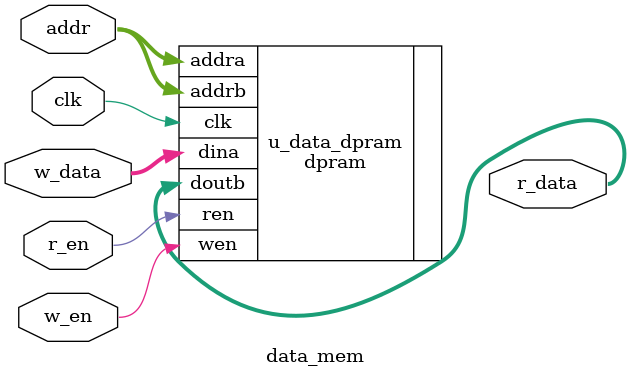
<source format=v>
`timescale 1ns/1ps

module  data_mem(
    input           clk,
    input   [11:0]  addr,
    input   [63:0]  w_data,
    input           w_en,
    input           r_en,

    output  [63:0]  r_data
);

dpram   #(
    .WIDTH(64),
    .DEPTH(4096)
)   u_data_dpram(
    .clk(clk),
    .wen(w_en),
    .addra(addr),
    .dina(w_data),
    .ren(r_en),
    .addrb(addr),
    .doutb(r_data)
);

endmodule
</source>
